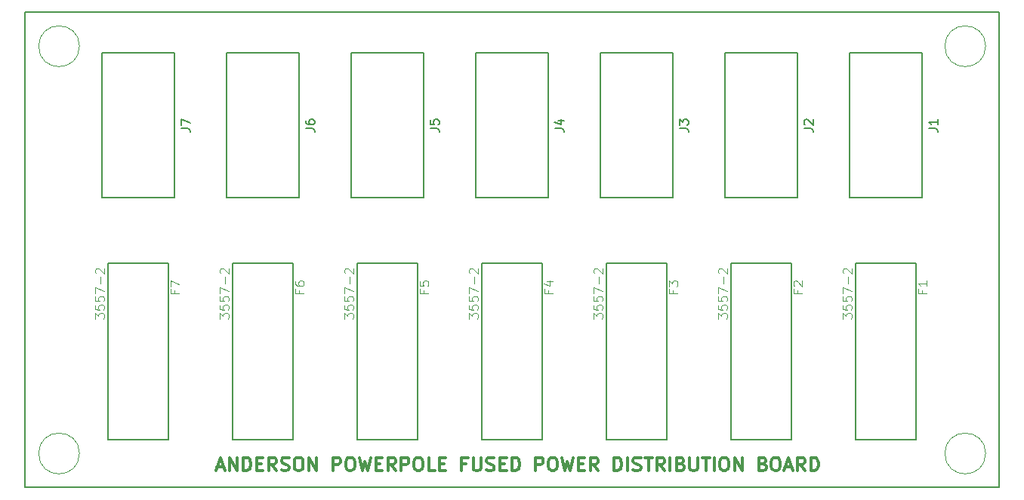
<source format=gbr>
G04 #@! TF.FileFunction,Legend,Top*
%FSLAX46Y46*%
G04 Gerber Fmt 4.6, Leading zero omitted, Abs format (unit mm)*
G04 Created by KiCad (PCBNEW 4.0.6) date 06/20/17 17:05:56*
%MOMM*%
%LPD*%
G01*
G04 APERTURE LIST*
%ADD10C,0.100000*%
%ADD11C,0.150000*%
%ADD12C,0.300000*%
%ADD13C,0.120000*%
%ADD14C,0.127000*%
%ADD15C,0.050000*%
G04 APERTURE END LIST*
D10*
D11*
X210820000Y-140970000D02*
X208280000Y-140970000D01*
X208280000Y-87630000D02*
X210820000Y-87630000D01*
X104140000Y-87630000D02*
X101600000Y-87630000D01*
X104140000Y-140970000D02*
X101600000Y-140970000D01*
D12*
X123130712Y-138680000D02*
X123844998Y-138680000D01*
X122987855Y-139108571D02*
X123487855Y-137608571D01*
X123987855Y-139108571D01*
X124487855Y-139108571D02*
X124487855Y-137608571D01*
X125344998Y-139108571D01*
X125344998Y-137608571D01*
X126059284Y-139108571D02*
X126059284Y-137608571D01*
X126416427Y-137608571D01*
X126630712Y-137680000D01*
X126773570Y-137822857D01*
X126844998Y-137965714D01*
X126916427Y-138251429D01*
X126916427Y-138465714D01*
X126844998Y-138751429D01*
X126773570Y-138894286D01*
X126630712Y-139037143D01*
X126416427Y-139108571D01*
X126059284Y-139108571D01*
X127559284Y-138322857D02*
X128059284Y-138322857D01*
X128273570Y-139108571D02*
X127559284Y-139108571D01*
X127559284Y-137608571D01*
X128273570Y-137608571D01*
X129773570Y-139108571D02*
X129273570Y-138394286D01*
X128916427Y-139108571D02*
X128916427Y-137608571D01*
X129487855Y-137608571D01*
X129630713Y-137680000D01*
X129702141Y-137751429D01*
X129773570Y-137894286D01*
X129773570Y-138108571D01*
X129702141Y-138251429D01*
X129630713Y-138322857D01*
X129487855Y-138394286D01*
X128916427Y-138394286D01*
X130344998Y-139037143D02*
X130559284Y-139108571D01*
X130916427Y-139108571D01*
X131059284Y-139037143D01*
X131130713Y-138965714D01*
X131202141Y-138822857D01*
X131202141Y-138680000D01*
X131130713Y-138537143D01*
X131059284Y-138465714D01*
X130916427Y-138394286D01*
X130630713Y-138322857D01*
X130487855Y-138251429D01*
X130416427Y-138180000D01*
X130344998Y-138037143D01*
X130344998Y-137894286D01*
X130416427Y-137751429D01*
X130487855Y-137680000D01*
X130630713Y-137608571D01*
X130987855Y-137608571D01*
X131202141Y-137680000D01*
X132130712Y-137608571D02*
X132416426Y-137608571D01*
X132559284Y-137680000D01*
X132702141Y-137822857D01*
X132773569Y-138108571D01*
X132773569Y-138608571D01*
X132702141Y-138894286D01*
X132559284Y-139037143D01*
X132416426Y-139108571D01*
X132130712Y-139108571D01*
X131987855Y-139037143D01*
X131844998Y-138894286D01*
X131773569Y-138608571D01*
X131773569Y-138108571D01*
X131844998Y-137822857D01*
X131987855Y-137680000D01*
X132130712Y-137608571D01*
X133416427Y-139108571D02*
X133416427Y-137608571D01*
X134273570Y-139108571D01*
X134273570Y-137608571D01*
X136130713Y-139108571D02*
X136130713Y-137608571D01*
X136702141Y-137608571D01*
X136844999Y-137680000D01*
X136916427Y-137751429D01*
X136987856Y-137894286D01*
X136987856Y-138108571D01*
X136916427Y-138251429D01*
X136844999Y-138322857D01*
X136702141Y-138394286D01*
X136130713Y-138394286D01*
X137916427Y-137608571D02*
X138202141Y-137608571D01*
X138344999Y-137680000D01*
X138487856Y-137822857D01*
X138559284Y-138108571D01*
X138559284Y-138608571D01*
X138487856Y-138894286D01*
X138344999Y-139037143D01*
X138202141Y-139108571D01*
X137916427Y-139108571D01*
X137773570Y-139037143D01*
X137630713Y-138894286D01*
X137559284Y-138608571D01*
X137559284Y-138108571D01*
X137630713Y-137822857D01*
X137773570Y-137680000D01*
X137916427Y-137608571D01*
X139059285Y-137608571D02*
X139416428Y-139108571D01*
X139702142Y-138037143D01*
X139987856Y-139108571D01*
X140344999Y-137608571D01*
X140916428Y-138322857D02*
X141416428Y-138322857D01*
X141630714Y-139108571D02*
X140916428Y-139108571D01*
X140916428Y-137608571D01*
X141630714Y-137608571D01*
X143130714Y-139108571D02*
X142630714Y-138394286D01*
X142273571Y-139108571D02*
X142273571Y-137608571D01*
X142844999Y-137608571D01*
X142987857Y-137680000D01*
X143059285Y-137751429D01*
X143130714Y-137894286D01*
X143130714Y-138108571D01*
X143059285Y-138251429D01*
X142987857Y-138322857D01*
X142844999Y-138394286D01*
X142273571Y-138394286D01*
X143773571Y-139108571D02*
X143773571Y-137608571D01*
X144344999Y-137608571D01*
X144487857Y-137680000D01*
X144559285Y-137751429D01*
X144630714Y-137894286D01*
X144630714Y-138108571D01*
X144559285Y-138251429D01*
X144487857Y-138322857D01*
X144344999Y-138394286D01*
X143773571Y-138394286D01*
X145559285Y-137608571D02*
X145844999Y-137608571D01*
X145987857Y-137680000D01*
X146130714Y-137822857D01*
X146202142Y-138108571D01*
X146202142Y-138608571D01*
X146130714Y-138894286D01*
X145987857Y-139037143D01*
X145844999Y-139108571D01*
X145559285Y-139108571D01*
X145416428Y-139037143D01*
X145273571Y-138894286D01*
X145202142Y-138608571D01*
X145202142Y-138108571D01*
X145273571Y-137822857D01*
X145416428Y-137680000D01*
X145559285Y-137608571D01*
X147559286Y-139108571D02*
X146845000Y-139108571D01*
X146845000Y-137608571D01*
X148059286Y-138322857D02*
X148559286Y-138322857D01*
X148773572Y-139108571D02*
X148059286Y-139108571D01*
X148059286Y-137608571D01*
X148773572Y-137608571D01*
X151059286Y-138322857D02*
X150559286Y-138322857D01*
X150559286Y-139108571D02*
X150559286Y-137608571D01*
X151273572Y-137608571D01*
X151845000Y-137608571D02*
X151845000Y-138822857D01*
X151916428Y-138965714D01*
X151987857Y-139037143D01*
X152130714Y-139108571D01*
X152416428Y-139108571D01*
X152559286Y-139037143D01*
X152630714Y-138965714D01*
X152702143Y-138822857D01*
X152702143Y-137608571D01*
X153345000Y-139037143D02*
X153559286Y-139108571D01*
X153916429Y-139108571D01*
X154059286Y-139037143D01*
X154130715Y-138965714D01*
X154202143Y-138822857D01*
X154202143Y-138680000D01*
X154130715Y-138537143D01*
X154059286Y-138465714D01*
X153916429Y-138394286D01*
X153630715Y-138322857D01*
X153487857Y-138251429D01*
X153416429Y-138180000D01*
X153345000Y-138037143D01*
X153345000Y-137894286D01*
X153416429Y-137751429D01*
X153487857Y-137680000D01*
X153630715Y-137608571D01*
X153987857Y-137608571D01*
X154202143Y-137680000D01*
X154845000Y-138322857D02*
X155345000Y-138322857D01*
X155559286Y-139108571D02*
X154845000Y-139108571D01*
X154845000Y-137608571D01*
X155559286Y-137608571D01*
X156202143Y-139108571D02*
X156202143Y-137608571D01*
X156559286Y-137608571D01*
X156773571Y-137680000D01*
X156916429Y-137822857D01*
X156987857Y-137965714D01*
X157059286Y-138251429D01*
X157059286Y-138465714D01*
X156987857Y-138751429D01*
X156916429Y-138894286D01*
X156773571Y-139037143D01*
X156559286Y-139108571D01*
X156202143Y-139108571D01*
X158845000Y-139108571D02*
X158845000Y-137608571D01*
X159416428Y-137608571D01*
X159559286Y-137680000D01*
X159630714Y-137751429D01*
X159702143Y-137894286D01*
X159702143Y-138108571D01*
X159630714Y-138251429D01*
X159559286Y-138322857D01*
X159416428Y-138394286D01*
X158845000Y-138394286D01*
X160630714Y-137608571D02*
X160916428Y-137608571D01*
X161059286Y-137680000D01*
X161202143Y-137822857D01*
X161273571Y-138108571D01*
X161273571Y-138608571D01*
X161202143Y-138894286D01*
X161059286Y-139037143D01*
X160916428Y-139108571D01*
X160630714Y-139108571D01*
X160487857Y-139037143D01*
X160345000Y-138894286D01*
X160273571Y-138608571D01*
X160273571Y-138108571D01*
X160345000Y-137822857D01*
X160487857Y-137680000D01*
X160630714Y-137608571D01*
X161773572Y-137608571D02*
X162130715Y-139108571D01*
X162416429Y-138037143D01*
X162702143Y-139108571D01*
X163059286Y-137608571D01*
X163630715Y-138322857D02*
X164130715Y-138322857D01*
X164345001Y-139108571D02*
X163630715Y-139108571D01*
X163630715Y-137608571D01*
X164345001Y-137608571D01*
X165845001Y-139108571D02*
X165345001Y-138394286D01*
X164987858Y-139108571D02*
X164987858Y-137608571D01*
X165559286Y-137608571D01*
X165702144Y-137680000D01*
X165773572Y-137751429D01*
X165845001Y-137894286D01*
X165845001Y-138108571D01*
X165773572Y-138251429D01*
X165702144Y-138322857D01*
X165559286Y-138394286D01*
X164987858Y-138394286D01*
X167630715Y-139108571D02*
X167630715Y-137608571D01*
X167987858Y-137608571D01*
X168202143Y-137680000D01*
X168345001Y-137822857D01*
X168416429Y-137965714D01*
X168487858Y-138251429D01*
X168487858Y-138465714D01*
X168416429Y-138751429D01*
X168345001Y-138894286D01*
X168202143Y-139037143D01*
X167987858Y-139108571D01*
X167630715Y-139108571D01*
X169130715Y-139108571D02*
X169130715Y-137608571D01*
X169773572Y-139037143D02*
X169987858Y-139108571D01*
X170345001Y-139108571D01*
X170487858Y-139037143D01*
X170559287Y-138965714D01*
X170630715Y-138822857D01*
X170630715Y-138680000D01*
X170559287Y-138537143D01*
X170487858Y-138465714D01*
X170345001Y-138394286D01*
X170059287Y-138322857D01*
X169916429Y-138251429D01*
X169845001Y-138180000D01*
X169773572Y-138037143D01*
X169773572Y-137894286D01*
X169845001Y-137751429D01*
X169916429Y-137680000D01*
X170059287Y-137608571D01*
X170416429Y-137608571D01*
X170630715Y-137680000D01*
X171059286Y-137608571D02*
X171916429Y-137608571D01*
X171487858Y-139108571D02*
X171487858Y-137608571D01*
X173273572Y-139108571D02*
X172773572Y-138394286D01*
X172416429Y-139108571D02*
X172416429Y-137608571D01*
X172987857Y-137608571D01*
X173130715Y-137680000D01*
X173202143Y-137751429D01*
X173273572Y-137894286D01*
X173273572Y-138108571D01*
X173202143Y-138251429D01*
X173130715Y-138322857D01*
X172987857Y-138394286D01*
X172416429Y-138394286D01*
X173916429Y-139108571D02*
X173916429Y-137608571D01*
X175130715Y-138322857D02*
X175345001Y-138394286D01*
X175416429Y-138465714D01*
X175487858Y-138608571D01*
X175487858Y-138822857D01*
X175416429Y-138965714D01*
X175345001Y-139037143D01*
X175202143Y-139108571D01*
X174630715Y-139108571D01*
X174630715Y-137608571D01*
X175130715Y-137608571D01*
X175273572Y-137680000D01*
X175345001Y-137751429D01*
X175416429Y-137894286D01*
X175416429Y-138037143D01*
X175345001Y-138180000D01*
X175273572Y-138251429D01*
X175130715Y-138322857D01*
X174630715Y-138322857D01*
X176130715Y-137608571D02*
X176130715Y-138822857D01*
X176202143Y-138965714D01*
X176273572Y-139037143D01*
X176416429Y-139108571D01*
X176702143Y-139108571D01*
X176845001Y-139037143D01*
X176916429Y-138965714D01*
X176987858Y-138822857D01*
X176987858Y-137608571D01*
X177487858Y-137608571D02*
X178345001Y-137608571D01*
X177916430Y-139108571D02*
X177916430Y-137608571D01*
X178845001Y-139108571D02*
X178845001Y-137608571D01*
X179845001Y-137608571D02*
X180130715Y-137608571D01*
X180273573Y-137680000D01*
X180416430Y-137822857D01*
X180487858Y-138108571D01*
X180487858Y-138608571D01*
X180416430Y-138894286D01*
X180273573Y-139037143D01*
X180130715Y-139108571D01*
X179845001Y-139108571D01*
X179702144Y-139037143D01*
X179559287Y-138894286D01*
X179487858Y-138608571D01*
X179487858Y-138108571D01*
X179559287Y-137822857D01*
X179702144Y-137680000D01*
X179845001Y-137608571D01*
X181130716Y-139108571D02*
X181130716Y-137608571D01*
X181987859Y-139108571D01*
X181987859Y-137608571D01*
X184345002Y-138322857D02*
X184559288Y-138394286D01*
X184630716Y-138465714D01*
X184702145Y-138608571D01*
X184702145Y-138822857D01*
X184630716Y-138965714D01*
X184559288Y-139037143D01*
X184416430Y-139108571D01*
X183845002Y-139108571D01*
X183845002Y-137608571D01*
X184345002Y-137608571D01*
X184487859Y-137680000D01*
X184559288Y-137751429D01*
X184630716Y-137894286D01*
X184630716Y-138037143D01*
X184559288Y-138180000D01*
X184487859Y-138251429D01*
X184345002Y-138322857D01*
X183845002Y-138322857D01*
X185630716Y-137608571D02*
X185916430Y-137608571D01*
X186059288Y-137680000D01*
X186202145Y-137822857D01*
X186273573Y-138108571D01*
X186273573Y-138608571D01*
X186202145Y-138894286D01*
X186059288Y-139037143D01*
X185916430Y-139108571D01*
X185630716Y-139108571D01*
X185487859Y-139037143D01*
X185345002Y-138894286D01*
X185273573Y-138608571D01*
X185273573Y-138108571D01*
X185345002Y-137822857D01*
X185487859Y-137680000D01*
X185630716Y-137608571D01*
X186845002Y-138680000D02*
X187559288Y-138680000D01*
X186702145Y-139108571D02*
X187202145Y-137608571D01*
X187702145Y-139108571D01*
X189059288Y-139108571D02*
X188559288Y-138394286D01*
X188202145Y-139108571D02*
X188202145Y-137608571D01*
X188773573Y-137608571D01*
X188916431Y-137680000D01*
X188987859Y-137751429D01*
X189059288Y-137894286D01*
X189059288Y-138108571D01*
X188987859Y-138251429D01*
X188916431Y-138322857D01*
X188773573Y-138394286D01*
X188202145Y-138394286D01*
X189702145Y-139108571D02*
X189702145Y-137608571D01*
X190059288Y-137608571D01*
X190273573Y-137680000D01*
X190416431Y-137822857D01*
X190487859Y-137965714D01*
X190559288Y-138251429D01*
X190559288Y-138465714D01*
X190487859Y-138751429D01*
X190416431Y-138894286D01*
X190273573Y-139037143D01*
X190059288Y-139108571D01*
X189702145Y-139108571D01*
D11*
X101600000Y-140970000D02*
X101600000Y-87630000D01*
X208280000Y-140970000D02*
X104140000Y-140970000D01*
X210820000Y-87630000D02*
X210820000Y-140970000D01*
X104140000Y-87630000D02*
X208280000Y-87630000D01*
D13*
X107696000Y-137160000D02*
G75*
G03X107696000Y-137160000I-2286000J0D01*
G01*
X209296000Y-91440000D02*
G75*
G03X209296000Y-91440000I-2286000J0D01*
G01*
X209296000Y-137160000D02*
G75*
G03X209296000Y-137160000I-2286000J0D01*
G01*
D11*
X194056000Y-108458000D02*
X202184000Y-108458000D01*
X202184000Y-108458000D02*
X202184000Y-92202000D01*
X202184000Y-92202000D02*
X194056000Y-92202000D01*
X194056000Y-92202000D02*
X194056000Y-108458000D01*
X180086000Y-108458000D02*
X188214000Y-108458000D01*
X188214000Y-108458000D02*
X188214000Y-92202000D01*
X188214000Y-92202000D02*
X180086000Y-92202000D01*
X180086000Y-92202000D02*
X180086000Y-108458000D01*
X166116000Y-108458000D02*
X174244000Y-108458000D01*
X174244000Y-108458000D02*
X174244000Y-92202000D01*
X174244000Y-92202000D02*
X166116000Y-92202000D01*
X166116000Y-92202000D02*
X166116000Y-108458000D01*
X152146000Y-108458000D02*
X160274000Y-108458000D01*
X160274000Y-108458000D02*
X160274000Y-92202000D01*
X160274000Y-92202000D02*
X152146000Y-92202000D01*
X152146000Y-92202000D02*
X152146000Y-108458000D01*
X138176000Y-108458000D02*
X146304000Y-108458000D01*
X146304000Y-108458000D02*
X146304000Y-92202000D01*
X146304000Y-92202000D02*
X138176000Y-92202000D01*
X138176000Y-92202000D02*
X138176000Y-108458000D01*
X124206000Y-108458000D02*
X132334000Y-108458000D01*
X132334000Y-108458000D02*
X132334000Y-92202000D01*
X132334000Y-92202000D02*
X124206000Y-92202000D01*
X124206000Y-92202000D02*
X124206000Y-108458000D01*
X110236000Y-108458000D02*
X118364000Y-108458000D01*
X118364000Y-108458000D02*
X118364000Y-92202000D01*
X118364000Y-92202000D02*
X110236000Y-92202000D01*
X110236000Y-92202000D02*
X110236000Y-108458000D01*
D14*
X117665000Y-115825000D02*
X110935000Y-115825000D01*
X110935000Y-115825000D02*
X110935000Y-135635000D01*
X110935000Y-135635000D02*
X117665000Y-135635000D01*
X117665000Y-135635000D02*
X117665000Y-115825000D01*
X131635000Y-115825000D02*
X124905000Y-115825000D01*
X124905000Y-115825000D02*
X124905000Y-135635000D01*
X124905000Y-135635000D02*
X131635000Y-135635000D01*
X131635000Y-135635000D02*
X131635000Y-115825000D01*
X145605000Y-115825000D02*
X138875000Y-115825000D01*
X138875000Y-115825000D02*
X138875000Y-135635000D01*
X138875000Y-135635000D02*
X145605000Y-135635000D01*
X145605000Y-135635000D02*
X145605000Y-115825000D01*
X159575000Y-115825000D02*
X152845000Y-115825000D01*
X152845000Y-115825000D02*
X152845000Y-135635000D01*
X152845000Y-135635000D02*
X159575000Y-135635000D01*
X159575000Y-135635000D02*
X159575000Y-115825000D01*
X173545000Y-115825000D02*
X166815000Y-115825000D01*
X166815000Y-115825000D02*
X166815000Y-135635000D01*
X166815000Y-135635000D02*
X173545000Y-135635000D01*
X173545000Y-135635000D02*
X173545000Y-115825000D01*
X187515000Y-115825000D02*
X180785000Y-115825000D01*
X180785000Y-115825000D02*
X180785000Y-135635000D01*
X180785000Y-135635000D02*
X187515000Y-135635000D01*
X187515000Y-135635000D02*
X187515000Y-115825000D01*
X201485000Y-115825000D02*
X194755000Y-115825000D01*
X194755000Y-115825000D02*
X194755000Y-135635000D01*
X194755000Y-135635000D02*
X201485000Y-135635000D01*
X201485000Y-135635000D02*
X201485000Y-115825000D01*
D13*
X107696000Y-91440000D02*
G75*
G03X107696000Y-91440000I-2286000J0D01*
G01*
D11*
X202906381Y-100663333D02*
X203620667Y-100663333D01*
X203763524Y-100710953D01*
X203858762Y-100806191D01*
X203906381Y-100949048D01*
X203906381Y-101044286D01*
X203906381Y-99663333D02*
X203906381Y-100234762D01*
X203906381Y-99949048D02*
X202906381Y-99949048D01*
X203049238Y-100044286D01*
X203144476Y-100139524D01*
X203192095Y-100234762D01*
X188936381Y-100663333D02*
X189650667Y-100663333D01*
X189793524Y-100710953D01*
X189888762Y-100806191D01*
X189936381Y-100949048D01*
X189936381Y-101044286D01*
X189031619Y-100234762D02*
X188984000Y-100187143D01*
X188936381Y-100091905D01*
X188936381Y-99853809D01*
X188984000Y-99758571D01*
X189031619Y-99710952D01*
X189126857Y-99663333D01*
X189222095Y-99663333D01*
X189364952Y-99710952D01*
X189936381Y-100282381D01*
X189936381Y-99663333D01*
X174966381Y-100663333D02*
X175680667Y-100663333D01*
X175823524Y-100710953D01*
X175918762Y-100806191D01*
X175966381Y-100949048D01*
X175966381Y-101044286D01*
X174966381Y-100282381D02*
X174966381Y-99663333D01*
X175347333Y-99996667D01*
X175347333Y-99853809D01*
X175394952Y-99758571D01*
X175442571Y-99710952D01*
X175537810Y-99663333D01*
X175775905Y-99663333D01*
X175871143Y-99710952D01*
X175918762Y-99758571D01*
X175966381Y-99853809D01*
X175966381Y-100139524D01*
X175918762Y-100234762D01*
X175871143Y-100282381D01*
X160996381Y-100663333D02*
X161710667Y-100663333D01*
X161853524Y-100710953D01*
X161948762Y-100806191D01*
X161996381Y-100949048D01*
X161996381Y-101044286D01*
X161329714Y-99758571D02*
X161996381Y-99758571D01*
X160948762Y-99996667D02*
X161663048Y-100234762D01*
X161663048Y-99615714D01*
X147026381Y-100663333D02*
X147740667Y-100663333D01*
X147883524Y-100710953D01*
X147978762Y-100806191D01*
X148026381Y-100949048D01*
X148026381Y-101044286D01*
X147026381Y-99710952D02*
X147026381Y-100187143D01*
X147502571Y-100234762D01*
X147454952Y-100187143D01*
X147407333Y-100091905D01*
X147407333Y-99853809D01*
X147454952Y-99758571D01*
X147502571Y-99710952D01*
X147597810Y-99663333D01*
X147835905Y-99663333D01*
X147931143Y-99710952D01*
X147978762Y-99758571D01*
X148026381Y-99853809D01*
X148026381Y-100091905D01*
X147978762Y-100187143D01*
X147931143Y-100234762D01*
X133056381Y-100663333D02*
X133770667Y-100663333D01*
X133913524Y-100710953D01*
X134008762Y-100806191D01*
X134056381Y-100949048D01*
X134056381Y-101044286D01*
X133056381Y-99758571D02*
X133056381Y-99949048D01*
X133104000Y-100044286D01*
X133151619Y-100091905D01*
X133294476Y-100187143D01*
X133484952Y-100234762D01*
X133865905Y-100234762D01*
X133961143Y-100187143D01*
X134008762Y-100139524D01*
X134056381Y-100044286D01*
X134056381Y-99853809D01*
X134008762Y-99758571D01*
X133961143Y-99710952D01*
X133865905Y-99663333D01*
X133627810Y-99663333D01*
X133532571Y-99710952D01*
X133484952Y-99758571D01*
X133437333Y-99853809D01*
X133437333Y-100044286D01*
X133484952Y-100139524D01*
X133532571Y-100187143D01*
X133627810Y-100234762D01*
X119086381Y-100663333D02*
X119800667Y-100663333D01*
X119943524Y-100710953D01*
X120038762Y-100806191D01*
X120086381Y-100949048D01*
X120086381Y-101044286D01*
X119086381Y-100282381D02*
X119086381Y-99615714D01*
X120086381Y-100044286D01*
D15*
X118363571Y-118823333D02*
X118363571Y-119156667D01*
X118887381Y-119156667D02*
X117887381Y-119156667D01*
X117887381Y-118680476D01*
X117887381Y-118394762D02*
X117887381Y-117728095D01*
X118887381Y-118156667D01*
X109457381Y-122022143D02*
X109457381Y-121403095D01*
X109838333Y-121736429D01*
X109838333Y-121593571D01*
X109885952Y-121498333D01*
X109933571Y-121450714D01*
X110028810Y-121403095D01*
X110266905Y-121403095D01*
X110362143Y-121450714D01*
X110409762Y-121498333D01*
X110457381Y-121593571D01*
X110457381Y-121879286D01*
X110409762Y-121974524D01*
X110362143Y-122022143D01*
X109457381Y-120498333D02*
X109457381Y-120974524D01*
X109933571Y-121022143D01*
X109885952Y-120974524D01*
X109838333Y-120879286D01*
X109838333Y-120641190D01*
X109885952Y-120545952D01*
X109933571Y-120498333D01*
X110028810Y-120450714D01*
X110266905Y-120450714D01*
X110362143Y-120498333D01*
X110409762Y-120545952D01*
X110457381Y-120641190D01*
X110457381Y-120879286D01*
X110409762Y-120974524D01*
X110362143Y-121022143D01*
X109457381Y-119545952D02*
X109457381Y-120022143D01*
X109933571Y-120069762D01*
X109885952Y-120022143D01*
X109838333Y-119926905D01*
X109838333Y-119688809D01*
X109885952Y-119593571D01*
X109933571Y-119545952D01*
X110028810Y-119498333D01*
X110266905Y-119498333D01*
X110362143Y-119545952D01*
X110409762Y-119593571D01*
X110457381Y-119688809D01*
X110457381Y-119926905D01*
X110409762Y-120022143D01*
X110362143Y-120069762D01*
X109457381Y-119165000D02*
X109457381Y-118498333D01*
X110457381Y-118926905D01*
X110076429Y-118117381D02*
X110076429Y-117355476D01*
X109552619Y-116926905D02*
X109505000Y-116879286D01*
X109457381Y-116784048D01*
X109457381Y-116545952D01*
X109505000Y-116450714D01*
X109552619Y-116403095D01*
X109647857Y-116355476D01*
X109743095Y-116355476D01*
X109885952Y-116403095D01*
X110457381Y-116974524D01*
X110457381Y-116355476D01*
X132333571Y-118823333D02*
X132333571Y-119156667D01*
X132857381Y-119156667D02*
X131857381Y-119156667D01*
X131857381Y-118680476D01*
X131857381Y-117870952D02*
X131857381Y-118061429D01*
X131905000Y-118156667D01*
X131952619Y-118204286D01*
X132095476Y-118299524D01*
X132285952Y-118347143D01*
X132666905Y-118347143D01*
X132762143Y-118299524D01*
X132809762Y-118251905D01*
X132857381Y-118156667D01*
X132857381Y-117966190D01*
X132809762Y-117870952D01*
X132762143Y-117823333D01*
X132666905Y-117775714D01*
X132428810Y-117775714D01*
X132333571Y-117823333D01*
X132285952Y-117870952D01*
X132238333Y-117966190D01*
X132238333Y-118156667D01*
X132285952Y-118251905D01*
X132333571Y-118299524D01*
X132428810Y-118347143D01*
X123427381Y-122022143D02*
X123427381Y-121403095D01*
X123808333Y-121736429D01*
X123808333Y-121593571D01*
X123855952Y-121498333D01*
X123903571Y-121450714D01*
X123998810Y-121403095D01*
X124236905Y-121403095D01*
X124332143Y-121450714D01*
X124379762Y-121498333D01*
X124427381Y-121593571D01*
X124427381Y-121879286D01*
X124379762Y-121974524D01*
X124332143Y-122022143D01*
X123427381Y-120498333D02*
X123427381Y-120974524D01*
X123903571Y-121022143D01*
X123855952Y-120974524D01*
X123808333Y-120879286D01*
X123808333Y-120641190D01*
X123855952Y-120545952D01*
X123903571Y-120498333D01*
X123998810Y-120450714D01*
X124236905Y-120450714D01*
X124332143Y-120498333D01*
X124379762Y-120545952D01*
X124427381Y-120641190D01*
X124427381Y-120879286D01*
X124379762Y-120974524D01*
X124332143Y-121022143D01*
X123427381Y-119545952D02*
X123427381Y-120022143D01*
X123903571Y-120069762D01*
X123855952Y-120022143D01*
X123808333Y-119926905D01*
X123808333Y-119688809D01*
X123855952Y-119593571D01*
X123903571Y-119545952D01*
X123998810Y-119498333D01*
X124236905Y-119498333D01*
X124332143Y-119545952D01*
X124379762Y-119593571D01*
X124427381Y-119688809D01*
X124427381Y-119926905D01*
X124379762Y-120022143D01*
X124332143Y-120069762D01*
X123427381Y-119165000D02*
X123427381Y-118498333D01*
X124427381Y-118926905D01*
X124046429Y-118117381D02*
X124046429Y-117355476D01*
X123522619Y-116926905D02*
X123475000Y-116879286D01*
X123427381Y-116784048D01*
X123427381Y-116545952D01*
X123475000Y-116450714D01*
X123522619Y-116403095D01*
X123617857Y-116355476D01*
X123713095Y-116355476D01*
X123855952Y-116403095D01*
X124427381Y-116974524D01*
X124427381Y-116355476D01*
X146303571Y-118823333D02*
X146303571Y-119156667D01*
X146827381Y-119156667D02*
X145827381Y-119156667D01*
X145827381Y-118680476D01*
X145827381Y-117823333D02*
X145827381Y-118299524D01*
X146303571Y-118347143D01*
X146255952Y-118299524D01*
X146208333Y-118204286D01*
X146208333Y-117966190D01*
X146255952Y-117870952D01*
X146303571Y-117823333D01*
X146398810Y-117775714D01*
X146636905Y-117775714D01*
X146732143Y-117823333D01*
X146779762Y-117870952D01*
X146827381Y-117966190D01*
X146827381Y-118204286D01*
X146779762Y-118299524D01*
X146732143Y-118347143D01*
X137397381Y-122022143D02*
X137397381Y-121403095D01*
X137778333Y-121736429D01*
X137778333Y-121593571D01*
X137825952Y-121498333D01*
X137873571Y-121450714D01*
X137968810Y-121403095D01*
X138206905Y-121403095D01*
X138302143Y-121450714D01*
X138349762Y-121498333D01*
X138397381Y-121593571D01*
X138397381Y-121879286D01*
X138349762Y-121974524D01*
X138302143Y-122022143D01*
X137397381Y-120498333D02*
X137397381Y-120974524D01*
X137873571Y-121022143D01*
X137825952Y-120974524D01*
X137778333Y-120879286D01*
X137778333Y-120641190D01*
X137825952Y-120545952D01*
X137873571Y-120498333D01*
X137968810Y-120450714D01*
X138206905Y-120450714D01*
X138302143Y-120498333D01*
X138349762Y-120545952D01*
X138397381Y-120641190D01*
X138397381Y-120879286D01*
X138349762Y-120974524D01*
X138302143Y-121022143D01*
X137397381Y-119545952D02*
X137397381Y-120022143D01*
X137873571Y-120069762D01*
X137825952Y-120022143D01*
X137778333Y-119926905D01*
X137778333Y-119688809D01*
X137825952Y-119593571D01*
X137873571Y-119545952D01*
X137968810Y-119498333D01*
X138206905Y-119498333D01*
X138302143Y-119545952D01*
X138349762Y-119593571D01*
X138397381Y-119688809D01*
X138397381Y-119926905D01*
X138349762Y-120022143D01*
X138302143Y-120069762D01*
X137397381Y-119165000D02*
X137397381Y-118498333D01*
X138397381Y-118926905D01*
X138016429Y-118117381D02*
X138016429Y-117355476D01*
X137492619Y-116926905D02*
X137445000Y-116879286D01*
X137397381Y-116784048D01*
X137397381Y-116545952D01*
X137445000Y-116450714D01*
X137492619Y-116403095D01*
X137587857Y-116355476D01*
X137683095Y-116355476D01*
X137825952Y-116403095D01*
X138397381Y-116974524D01*
X138397381Y-116355476D01*
X160273571Y-118823333D02*
X160273571Y-119156667D01*
X160797381Y-119156667D02*
X159797381Y-119156667D01*
X159797381Y-118680476D01*
X160130714Y-117870952D02*
X160797381Y-117870952D01*
X159749762Y-118109048D02*
X160464048Y-118347143D01*
X160464048Y-117728095D01*
X151367381Y-122022143D02*
X151367381Y-121403095D01*
X151748333Y-121736429D01*
X151748333Y-121593571D01*
X151795952Y-121498333D01*
X151843571Y-121450714D01*
X151938810Y-121403095D01*
X152176905Y-121403095D01*
X152272143Y-121450714D01*
X152319762Y-121498333D01*
X152367381Y-121593571D01*
X152367381Y-121879286D01*
X152319762Y-121974524D01*
X152272143Y-122022143D01*
X151367381Y-120498333D02*
X151367381Y-120974524D01*
X151843571Y-121022143D01*
X151795952Y-120974524D01*
X151748333Y-120879286D01*
X151748333Y-120641190D01*
X151795952Y-120545952D01*
X151843571Y-120498333D01*
X151938810Y-120450714D01*
X152176905Y-120450714D01*
X152272143Y-120498333D01*
X152319762Y-120545952D01*
X152367381Y-120641190D01*
X152367381Y-120879286D01*
X152319762Y-120974524D01*
X152272143Y-121022143D01*
X151367381Y-119545952D02*
X151367381Y-120022143D01*
X151843571Y-120069762D01*
X151795952Y-120022143D01*
X151748333Y-119926905D01*
X151748333Y-119688809D01*
X151795952Y-119593571D01*
X151843571Y-119545952D01*
X151938810Y-119498333D01*
X152176905Y-119498333D01*
X152272143Y-119545952D01*
X152319762Y-119593571D01*
X152367381Y-119688809D01*
X152367381Y-119926905D01*
X152319762Y-120022143D01*
X152272143Y-120069762D01*
X151367381Y-119165000D02*
X151367381Y-118498333D01*
X152367381Y-118926905D01*
X151986429Y-118117381D02*
X151986429Y-117355476D01*
X151462619Y-116926905D02*
X151415000Y-116879286D01*
X151367381Y-116784048D01*
X151367381Y-116545952D01*
X151415000Y-116450714D01*
X151462619Y-116403095D01*
X151557857Y-116355476D01*
X151653095Y-116355476D01*
X151795952Y-116403095D01*
X152367381Y-116974524D01*
X152367381Y-116355476D01*
X174243571Y-118823333D02*
X174243571Y-119156667D01*
X174767381Y-119156667D02*
X173767381Y-119156667D01*
X173767381Y-118680476D01*
X173767381Y-118394762D02*
X173767381Y-117775714D01*
X174148333Y-118109048D01*
X174148333Y-117966190D01*
X174195952Y-117870952D01*
X174243571Y-117823333D01*
X174338810Y-117775714D01*
X174576905Y-117775714D01*
X174672143Y-117823333D01*
X174719762Y-117870952D01*
X174767381Y-117966190D01*
X174767381Y-118251905D01*
X174719762Y-118347143D01*
X174672143Y-118394762D01*
X165337381Y-122022143D02*
X165337381Y-121403095D01*
X165718333Y-121736429D01*
X165718333Y-121593571D01*
X165765952Y-121498333D01*
X165813571Y-121450714D01*
X165908810Y-121403095D01*
X166146905Y-121403095D01*
X166242143Y-121450714D01*
X166289762Y-121498333D01*
X166337381Y-121593571D01*
X166337381Y-121879286D01*
X166289762Y-121974524D01*
X166242143Y-122022143D01*
X165337381Y-120498333D02*
X165337381Y-120974524D01*
X165813571Y-121022143D01*
X165765952Y-120974524D01*
X165718333Y-120879286D01*
X165718333Y-120641190D01*
X165765952Y-120545952D01*
X165813571Y-120498333D01*
X165908810Y-120450714D01*
X166146905Y-120450714D01*
X166242143Y-120498333D01*
X166289762Y-120545952D01*
X166337381Y-120641190D01*
X166337381Y-120879286D01*
X166289762Y-120974524D01*
X166242143Y-121022143D01*
X165337381Y-119545952D02*
X165337381Y-120022143D01*
X165813571Y-120069762D01*
X165765952Y-120022143D01*
X165718333Y-119926905D01*
X165718333Y-119688809D01*
X165765952Y-119593571D01*
X165813571Y-119545952D01*
X165908810Y-119498333D01*
X166146905Y-119498333D01*
X166242143Y-119545952D01*
X166289762Y-119593571D01*
X166337381Y-119688809D01*
X166337381Y-119926905D01*
X166289762Y-120022143D01*
X166242143Y-120069762D01*
X165337381Y-119165000D02*
X165337381Y-118498333D01*
X166337381Y-118926905D01*
X165956429Y-118117381D02*
X165956429Y-117355476D01*
X165432619Y-116926905D02*
X165385000Y-116879286D01*
X165337381Y-116784048D01*
X165337381Y-116545952D01*
X165385000Y-116450714D01*
X165432619Y-116403095D01*
X165527857Y-116355476D01*
X165623095Y-116355476D01*
X165765952Y-116403095D01*
X166337381Y-116974524D01*
X166337381Y-116355476D01*
X188213571Y-118823333D02*
X188213571Y-119156667D01*
X188737381Y-119156667D02*
X187737381Y-119156667D01*
X187737381Y-118680476D01*
X187832619Y-118347143D02*
X187785000Y-118299524D01*
X187737381Y-118204286D01*
X187737381Y-117966190D01*
X187785000Y-117870952D01*
X187832619Y-117823333D01*
X187927857Y-117775714D01*
X188023095Y-117775714D01*
X188165952Y-117823333D01*
X188737381Y-118394762D01*
X188737381Y-117775714D01*
X179307381Y-122022143D02*
X179307381Y-121403095D01*
X179688333Y-121736429D01*
X179688333Y-121593571D01*
X179735952Y-121498333D01*
X179783571Y-121450714D01*
X179878810Y-121403095D01*
X180116905Y-121403095D01*
X180212143Y-121450714D01*
X180259762Y-121498333D01*
X180307381Y-121593571D01*
X180307381Y-121879286D01*
X180259762Y-121974524D01*
X180212143Y-122022143D01*
X179307381Y-120498333D02*
X179307381Y-120974524D01*
X179783571Y-121022143D01*
X179735952Y-120974524D01*
X179688333Y-120879286D01*
X179688333Y-120641190D01*
X179735952Y-120545952D01*
X179783571Y-120498333D01*
X179878810Y-120450714D01*
X180116905Y-120450714D01*
X180212143Y-120498333D01*
X180259762Y-120545952D01*
X180307381Y-120641190D01*
X180307381Y-120879286D01*
X180259762Y-120974524D01*
X180212143Y-121022143D01*
X179307381Y-119545952D02*
X179307381Y-120022143D01*
X179783571Y-120069762D01*
X179735952Y-120022143D01*
X179688333Y-119926905D01*
X179688333Y-119688809D01*
X179735952Y-119593571D01*
X179783571Y-119545952D01*
X179878810Y-119498333D01*
X180116905Y-119498333D01*
X180212143Y-119545952D01*
X180259762Y-119593571D01*
X180307381Y-119688809D01*
X180307381Y-119926905D01*
X180259762Y-120022143D01*
X180212143Y-120069762D01*
X179307381Y-119165000D02*
X179307381Y-118498333D01*
X180307381Y-118926905D01*
X179926429Y-118117381D02*
X179926429Y-117355476D01*
X179402619Y-116926905D02*
X179355000Y-116879286D01*
X179307381Y-116784048D01*
X179307381Y-116545952D01*
X179355000Y-116450714D01*
X179402619Y-116403095D01*
X179497857Y-116355476D01*
X179593095Y-116355476D01*
X179735952Y-116403095D01*
X180307381Y-116974524D01*
X180307381Y-116355476D01*
X202183571Y-118823333D02*
X202183571Y-119156667D01*
X202707381Y-119156667D02*
X201707381Y-119156667D01*
X201707381Y-118680476D01*
X202707381Y-117775714D02*
X202707381Y-118347143D01*
X202707381Y-118061429D02*
X201707381Y-118061429D01*
X201850238Y-118156667D01*
X201945476Y-118251905D01*
X201993095Y-118347143D01*
X193277381Y-122022143D02*
X193277381Y-121403095D01*
X193658333Y-121736429D01*
X193658333Y-121593571D01*
X193705952Y-121498333D01*
X193753571Y-121450714D01*
X193848810Y-121403095D01*
X194086905Y-121403095D01*
X194182143Y-121450714D01*
X194229762Y-121498333D01*
X194277381Y-121593571D01*
X194277381Y-121879286D01*
X194229762Y-121974524D01*
X194182143Y-122022143D01*
X193277381Y-120498333D02*
X193277381Y-120974524D01*
X193753571Y-121022143D01*
X193705952Y-120974524D01*
X193658333Y-120879286D01*
X193658333Y-120641190D01*
X193705952Y-120545952D01*
X193753571Y-120498333D01*
X193848810Y-120450714D01*
X194086905Y-120450714D01*
X194182143Y-120498333D01*
X194229762Y-120545952D01*
X194277381Y-120641190D01*
X194277381Y-120879286D01*
X194229762Y-120974524D01*
X194182143Y-121022143D01*
X193277381Y-119545952D02*
X193277381Y-120022143D01*
X193753571Y-120069762D01*
X193705952Y-120022143D01*
X193658333Y-119926905D01*
X193658333Y-119688809D01*
X193705952Y-119593571D01*
X193753571Y-119545952D01*
X193848810Y-119498333D01*
X194086905Y-119498333D01*
X194182143Y-119545952D01*
X194229762Y-119593571D01*
X194277381Y-119688809D01*
X194277381Y-119926905D01*
X194229762Y-120022143D01*
X194182143Y-120069762D01*
X193277381Y-119165000D02*
X193277381Y-118498333D01*
X194277381Y-118926905D01*
X193896429Y-118117381D02*
X193896429Y-117355476D01*
X193372619Y-116926905D02*
X193325000Y-116879286D01*
X193277381Y-116784048D01*
X193277381Y-116545952D01*
X193325000Y-116450714D01*
X193372619Y-116403095D01*
X193467857Y-116355476D01*
X193563095Y-116355476D01*
X193705952Y-116403095D01*
X194277381Y-116974524D01*
X194277381Y-116355476D01*
M02*

</source>
